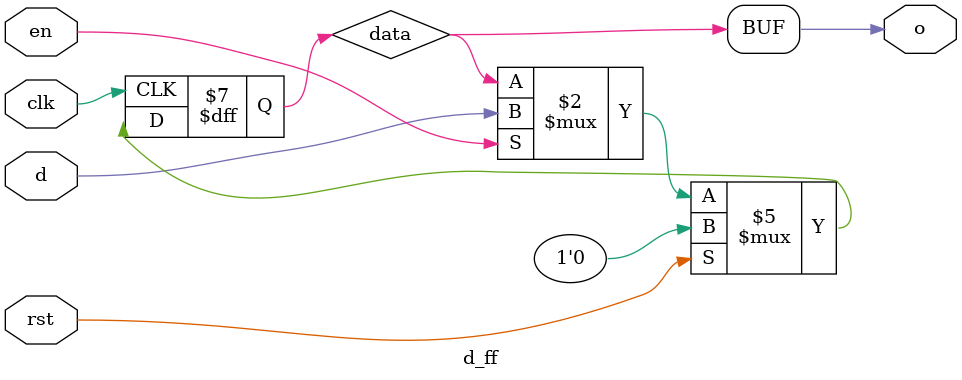
<source format=v>
module d_ff (
    input wire clk,
    input wire d,
    input wire en,
    input wire rst,
    output o
);
  	reg data;
  always @(posedge clk) begin
      if (rst)
            data <= 1'b0;
        else if (en)
            data <= d;
    end
  	assign o=data;
endmodule

</source>
